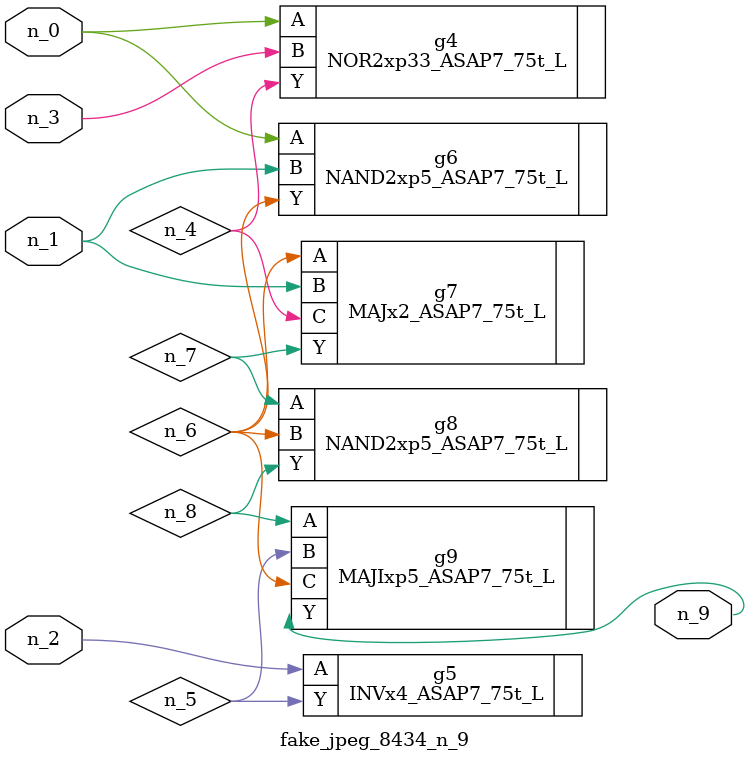
<source format=v>
module fake_jpeg_8434_n_9 (n_0, n_3, n_2, n_1, n_9);

input n_0;
input n_3;
input n_2;
input n_1;

output n_9;

wire n_4;
wire n_8;
wire n_6;
wire n_5;
wire n_7;

NOR2xp33_ASAP7_75t_L g4 ( 
.A(n_0),
.B(n_3),
.Y(n_4)
);

INVx4_ASAP7_75t_L g5 ( 
.A(n_2),
.Y(n_5)
);

NAND2xp5_ASAP7_75t_L g6 ( 
.A(n_0),
.B(n_1),
.Y(n_6)
);

MAJx2_ASAP7_75t_L g7 ( 
.A(n_6),
.B(n_1),
.C(n_4),
.Y(n_7)
);

NAND2xp5_ASAP7_75t_L g8 ( 
.A(n_7),
.B(n_6),
.Y(n_8)
);

MAJIxp5_ASAP7_75t_L g9 ( 
.A(n_8),
.B(n_5),
.C(n_6),
.Y(n_9)
);


endmodule
</source>
